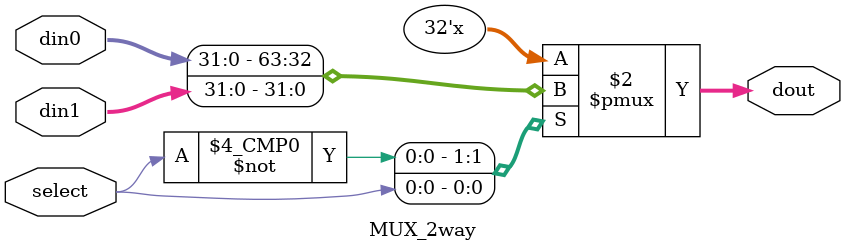
<source format=v>
module MUX_2way(
   input [0:0]select,
	input [31:0]din0,din1,
	output reg [31:0]dout
   );

	always@(*)
	begin
		case(select)
			1'b0: dout = din0;
			1'b1: dout = din1;
			default: dout = 32'bx;
		endcase
	end

endmodule

</source>
